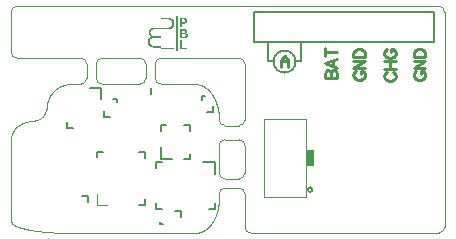
<source format=gto>
G04*
G04 #@! TF.GenerationSoftware,Altium Limited,Altium Designer,23.10.1 (27)*
G04*
G04 Layer_Color=65535*
%FSLAX44Y44*%
%MOMM*%
G71*
G04*
G04 #@! TF.SameCoordinates,CCD2D7E0-A0E0-4381-AC8D-D070E886EAC1*
G04*
G04*
G04 #@! TF.FilePolarity,Positive*
G04*
G01*
G75*
%ADD10C,0.1270*%
%ADD11C,0.2000*%
%ADD12C,0.1250*%
%ADD13C,0.1000*%
%ADD14C,0.2540*%
%ADD15R,0.6750X1.4500*%
%ADD16C,0.0500*%
G36*
X138040Y156964D02*
X137990D01*
Y157014D01*
X127253D01*
Y158368D01*
X121182D01*
Y158419D01*
X120631D01*
Y158469D01*
X120279D01*
Y158519D01*
X120028D01*
Y158569D01*
X119828D01*
X119828Y158619D01*
X119627D01*
X119627Y158669D01*
X119477D01*
Y158720D01*
X119326D01*
Y158770D01*
X119226D01*
Y158820D01*
X119125D01*
Y158870D01*
X118975D01*
Y158920D01*
X118925D01*
Y158970D01*
X118825D01*
Y159021D01*
X118724D01*
Y159071D01*
X118624D01*
Y159121D01*
X118574D01*
Y159171D01*
X118523D01*
Y159221D01*
X118423D01*
Y159271D01*
X118373D01*
Y159322D01*
X118323D01*
Y159372D01*
X118272D01*
Y159422D01*
X118222D01*
Y159472D01*
X118172D01*
Y159522D01*
X118122D01*
Y159572D01*
X118072D01*
Y159623D01*
X118022D01*
Y159673D01*
X117971D01*
Y159723D01*
X117921D01*
Y159823D01*
X117871D01*
Y159874D01*
X117821D01*
Y159974D01*
X117771D01*
Y160074D01*
X117721D01*
Y160175D01*
X117670D01*
Y160275D01*
X117620D01*
Y160375D01*
X117570D01*
Y160526D01*
X117520D01*
Y160626D01*
X117470D01*
Y160877D01*
X117420D01*
Y161078D01*
X117369D01*
Y161629D01*
X117319D01*
Y162031D01*
X117369D01*
Y162533D01*
X117420D01*
X117420Y162783D01*
X117470D01*
Y162984D01*
X117520D01*
Y163084D01*
X117570D01*
Y163235D01*
X117620D01*
Y163335D01*
X117670D01*
Y163436D01*
X117721D01*
Y163536D01*
X117771D01*
Y163586D01*
X117821D01*
Y163686D01*
X117871D01*
Y163737D01*
X117921D01*
Y163837D01*
X117971Y163837D01*
Y163887D01*
X118022D01*
Y163937D01*
X118072D01*
Y163988D01*
X118122D01*
Y164038D01*
X118172D01*
Y164088D01*
X118222D01*
Y164138D01*
X118272D01*
Y164188D01*
X118373D01*
Y164238D01*
X118423D01*
Y164289D01*
X118473D01*
Y164339D01*
X118574D01*
Y164389D01*
X118624D01*
Y164439D01*
X118724D01*
Y164489D01*
X118825D01*
Y164539D01*
X118925D01*
Y164590D01*
X119025D01*
Y164640D01*
X119125D01*
Y164690D01*
X119276D01*
Y164740D01*
X119376D01*
Y164790D01*
X119577D01*
Y164840D01*
X119727D01*
Y164891D01*
X119928D01*
Y164941D01*
X120179D01*
Y164991D01*
X120530D01*
Y165041D01*
X120982D01*
Y165091D01*
X127253D01*
Y166496D01*
X121182D01*
Y166546D01*
X120731D01*
Y166596D01*
X120480D01*
Y166646D01*
X120279D01*
Y166697D01*
X120079D01*
Y166747D01*
X119928D01*
Y166797D01*
X119778D01*
Y166847D01*
X119677D01*
Y166897D01*
X119527D01*
X119527Y166947D01*
X119426D01*
Y166998D01*
X119376D01*
Y167048D01*
X119276D01*
Y167098D01*
X119176D01*
Y167148D01*
X119125D01*
Y167198D01*
X119025D01*
Y167249D01*
X118975D01*
Y167299D01*
X118925D01*
Y167349D01*
X118875D01*
Y167399D01*
X118774D01*
Y167449D01*
X118724D01*
X118724Y167499D01*
X118674D01*
Y167550D01*
X118624D01*
Y167650D01*
X118574D01*
Y167700D01*
X118523D01*
X118523Y167750D01*
X118473D01*
Y167801D01*
X118423D01*
Y167901D01*
X118373D01*
Y167951D01*
X118323D01*
Y168051D01*
X118272D01*
Y168152D01*
X118222D01*
Y168252D01*
X118172D01*
Y168352D01*
X118122D01*
Y168503D01*
X118072D01*
Y168703D01*
X118022D01*
Y168954D01*
X117971D01*
Y169807D01*
X118022D01*
X118022Y170159D01*
X118072D01*
Y170409D01*
X118122D01*
Y170560D01*
X118172D01*
Y170710D01*
X118222D01*
Y170811D01*
X118272D01*
Y170911D01*
X118323D01*
Y171011D01*
X118373D01*
Y171112D01*
X118423D01*
Y171212D01*
X118473D01*
Y171262D01*
X118523D01*
X118523Y171312D01*
X118574D01*
Y171413D01*
X118624D01*
Y171463D01*
X118674D01*
Y171513D01*
X118724D01*
X118724Y171563D01*
X118774D01*
Y171614D01*
X118824D01*
X118825Y171664D01*
X118875D01*
Y171714D01*
X118925D01*
Y171764D01*
X119025D01*
X119025Y171814D01*
X119075D01*
Y171864D01*
X119125D01*
Y171915D01*
X119226D01*
Y171965D01*
X119326D01*
Y172015D01*
X119426Y172015D01*
Y172065D01*
X119527D01*
X119527Y172115D01*
X119627D01*
X119627Y172165D01*
X119727D01*
Y172215D01*
X119878D01*
Y172266D01*
X120028D01*
Y172316D01*
X120229D01*
Y172366D01*
X120430D01*
X120430Y172416D01*
X120781Y172416D01*
Y172466D01*
X121233D01*
Y172516D01*
X133775D01*
Y172567D01*
X134177D01*
Y172617D01*
X134428D01*
Y172667D01*
X134678D01*
Y172717D01*
X134829D01*
Y172767D01*
X134979D01*
Y172817D01*
X135130D01*
Y172868D01*
X135281D01*
Y172918D01*
X135381D01*
Y172968D01*
X135531D01*
Y173018D01*
X135632D01*
Y173068D01*
X135732D01*
Y173119D01*
X135832D01*
Y173169D01*
X135883D01*
Y173219D01*
X135983D01*
Y173269D01*
X136083D01*
Y173319D01*
X136133D01*
Y173369D01*
X136234D01*
X136234Y173420D01*
X136284D01*
Y173470D01*
X136334D01*
Y173520D01*
X136434D01*
Y173570D01*
X136485D01*
Y173620D01*
X136535D01*
X136535Y173671D01*
X136585D01*
Y173721D01*
X136635D01*
Y173771D01*
X136735D01*
Y173821D01*
X136786Y173821D01*
Y173921D01*
X136836D01*
Y173972D01*
X136886D01*
Y174022D01*
X136936D01*
Y174072D01*
X136986D01*
Y174122D01*
X137037D01*
Y174172D01*
X137087D01*
Y174222D01*
X137137D01*
Y174323D01*
X137187D01*
Y174373D01*
X137237D01*
Y174423D01*
X137287D01*
Y174523D01*
X137338D01*
Y174574D01*
X137388D01*
Y174674D01*
X137438D01*
Y174774D01*
X137488D01*
Y174824D01*
X137538D01*
Y174925D01*
X137588D01*
Y175075D01*
X137639D01*
Y175176D01*
X137689D01*
Y175276D01*
X137739D01*
Y175426D01*
X137789D01*
Y175577D01*
X137839D01*
Y175728D01*
X137889D01*
Y175928D01*
X137940D01*
Y176179D01*
X137990D01*
Y176480D01*
X138040D01*
Y177032D01*
X138090D01*
Y177684D01*
X138040D01*
Y178236D01*
X137990D01*
Y178537D01*
X137940D01*
Y178788D01*
X137889D01*
Y178989D01*
X137839D01*
Y179139D01*
X137789D01*
Y179290D01*
X137739D01*
Y179440D01*
X137689D01*
Y179541D01*
X137639D01*
Y179641D01*
X137588D01*
Y179741D01*
X137538Y179741D01*
Y179841D01*
X137488D01*
Y179942D01*
X137438D01*
Y180042D01*
X137388D01*
Y180092D01*
X137338D01*
Y180193D01*
X137287D01*
Y180243D01*
X137237Y180243D01*
Y180343D01*
X137187D01*
Y180393D01*
X137137D01*
Y180444D01*
X137087D01*
Y180544D01*
X137037D01*
Y180594D01*
X136986D01*
Y180644D01*
X136936D01*
Y180694D01*
X136886D01*
Y180745D01*
X136836D01*
Y180795D01*
X136786D01*
Y180845D01*
X136735D01*
Y180895D01*
X136685D01*
Y180945D01*
X136635D01*
Y180995D01*
X136585D01*
Y181046D01*
X136535D01*
Y181096D01*
X136485D01*
Y181146D01*
X136384D01*
Y181196D01*
X136334D01*
Y181246D01*
X136284D01*
Y181297D01*
X136184D01*
Y181347D01*
X136133D01*
Y181397D01*
X136033D01*
Y181447D01*
X135983D01*
Y181497D01*
X135883D01*
Y181547D01*
X135782D01*
Y181597D01*
X135682D01*
Y181648D01*
X135582D01*
Y181698D01*
X135481D01*
Y181748D01*
X135381D01*
Y181798D01*
X135230D01*
X135230Y181848D01*
X135130D01*
Y181898D01*
X134979D01*
Y181949D01*
X134779D01*
Y181999D01*
X134628D01*
Y182049D01*
X134377D01*
Y182099D01*
X134076D01*
Y182149D01*
X133675D01*
Y182199D01*
X132417D01*
X127253Y182199D01*
Y180795D01*
X132038D01*
X133274D01*
Y180745D01*
X133675D01*
Y180694D01*
X133926D01*
Y180644D01*
X134076D01*
Y180594D01*
X134277D01*
Y180544D01*
X134428D01*
Y180494D01*
X134528D01*
Y180444D01*
X134678D01*
Y180393D01*
X134779D01*
Y180343D01*
X134879D01*
Y180293D01*
X134929D01*
X134929Y180243D01*
X135030D01*
Y180193D01*
X135130D01*
Y180142D01*
X135180D01*
Y180092D01*
X135230D01*
X135230Y180042D01*
X135331D01*
Y179992D01*
X135381D01*
Y179942D01*
X135431D01*
X135431Y179892D01*
X135481D01*
Y179841D01*
X135531D01*
Y179791D01*
X135582D01*
Y179741D01*
X135632Y179741D01*
Y179691D01*
X135682D01*
Y179641D01*
X135732D01*
Y179541D01*
X135782D01*
Y179490D01*
X135832D01*
Y179440D01*
X135883D01*
Y179340D01*
X135933D01*
Y179290D01*
X135983D01*
Y179189D01*
X136033D01*
Y179089D01*
X136083D01*
Y178989D01*
X136133D01*
Y178888D01*
X136184D01*
Y178738D01*
X136234D01*
Y178587D01*
X136284D01*
Y178437D01*
X136334D01*
Y178186D01*
X136384D01*
Y177835D01*
X136434D01*
Y176881D01*
X136384D01*
Y176480D01*
X136334D01*
Y176279D01*
X136284D01*
Y176129D01*
X136234D01*
Y175978D01*
X136184D01*
Y175828D01*
X136133D01*
Y175728D01*
X136083D01*
Y175627D01*
X136033D01*
X136033Y175527D01*
X135983D01*
Y175426D01*
X135933D01*
X135933Y175376D01*
X135883D01*
Y175276D01*
X135832D01*
Y175226D01*
X135782D01*
Y175126D01*
X135732D01*
Y175075D01*
X135682D01*
Y175025D01*
X135632D01*
Y174975D01*
X135582D01*
Y174925D01*
X135531D01*
Y174875D01*
X135481D01*
Y174824D01*
X135431D01*
Y174774D01*
X135381D01*
Y174724D01*
X135281D01*
Y174674D01*
X135230D01*
X135230Y174624D01*
X135180D01*
Y174574D01*
X135080D01*
Y174523D01*
X135030D01*
Y174473D01*
X134929D01*
X134929Y174423D01*
X134829D01*
Y174373D01*
X134729D01*
Y174323D01*
X134628D01*
Y174272D01*
X134528D01*
Y174222D01*
X134428D01*
Y174172D01*
X134277D01*
Y174122D01*
X134076D01*
Y174072D01*
X133926D01*
Y174022D01*
X133675D01*
Y173972D01*
X133324D01*
Y173921D01*
X121132D01*
Y173871D01*
X120580D01*
Y173821D01*
X120179Y173821D01*
Y173771D01*
X119928D01*
Y173721D01*
X119677D01*
Y173671D01*
X119477D01*
Y173620D01*
X119276Y173620D01*
Y173570D01*
X119125D01*
Y173520D01*
X118975Y173520D01*
Y173470D01*
X118875D01*
Y173420D01*
X118724D01*
Y173369D01*
X118624D01*
Y173319D01*
X118523D01*
Y173269D01*
X118373D01*
Y173219D01*
X118272D01*
Y173169D01*
X118222D01*
Y173119D01*
X118122D01*
Y173068D01*
X118022D01*
Y173018D01*
X117971Y173018D01*
Y172968D01*
X117871D01*
Y172918D01*
X117821D01*
Y172868D01*
X117771D01*
Y172817D01*
X117670Y172818D01*
Y172767D01*
X117620D01*
Y172717D01*
X117570D01*
Y172667D01*
X117520D01*
Y172617D01*
X117470D01*
Y172567D01*
X117420D01*
X117420Y172516D01*
X117319D01*
Y172466D01*
X117269D01*
Y172416D01*
X117219D01*
Y172316D01*
X117169D01*
Y172266D01*
X117119D01*
Y172215D01*
X117068D01*
Y172115D01*
X117018D01*
Y172065D01*
X116968D01*
Y172015D01*
X116918Y172015D01*
Y171915D01*
X116868Y171915D01*
Y171814D01*
X116818D01*
Y171764D01*
X116767D01*
Y171664D01*
X116717D01*
Y171563D01*
X116667D01*
Y171413D01*
X116617D01*
Y171312D01*
X116567D01*
Y171162D01*
X116517D01*
Y170961D01*
X116466D01*
Y170811D01*
X116416Y170811D01*
Y170459D01*
X116366D01*
Y169857D01*
X116316D01*
Y169607D01*
X116366D01*
Y169055D01*
X116416D01*
Y168854D01*
X116466D01*
Y168653D01*
X116517D01*
Y168453D01*
X116567D01*
Y168352D01*
X116617D01*
Y168202D01*
X116667D01*
Y168102D01*
X116717D01*
Y168001D01*
X116767D01*
Y167901D01*
X116818D01*
Y167801D01*
X116868D01*
Y167700D01*
X116918Y167700D01*
Y167600D01*
X116968D01*
Y167550D01*
X117018D01*
Y167499D01*
X117068D01*
Y167399D01*
X117119D01*
Y167349D01*
X117169D01*
Y167249D01*
X117219D01*
Y167198D01*
X117269D01*
Y167148D01*
X117319D01*
Y167098D01*
X117369D01*
Y167048D01*
X117420D01*
Y166998D01*
X117470D01*
Y166947D01*
X117520D01*
Y166897D01*
X117570D01*
Y166847D01*
X117620D01*
Y166797D01*
X117670D01*
Y166747D01*
X117721D01*
Y166697D01*
X117771D01*
Y166646D01*
X117821D01*
Y166596D01*
X117921D01*
Y166546D01*
X117971D01*
Y166496D01*
X118022D01*
X118022Y166446D01*
X118122D01*
Y166396D01*
X118222D01*
X118222Y166346D01*
X118272D01*
Y166295D01*
X118373D01*
Y166245D01*
X118473D01*
Y166195D01*
X118574D01*
Y166145D01*
X118724D01*
X118724Y166095D01*
X118875D01*
Y166045D01*
X119025D01*
Y165994D01*
X119176D01*
Y165944D01*
X119226D01*
Y165894D01*
X118925D01*
Y165844D01*
X118724D01*
X118724Y165794D01*
X118523Y165794D01*
Y165744D01*
X118373D01*
Y165693D01*
X118222D01*
X118222Y165643D01*
X118122D01*
Y165593D01*
X117971D01*
Y165543D01*
X117871D01*
Y165493D01*
X117771D01*
Y165442D01*
X117670D01*
Y165392D01*
X117620D01*
Y165342D01*
X117520D01*
Y165292D01*
X117420D01*
Y165242D01*
X117369D01*
Y165192D01*
X117319D01*
Y165141D01*
X117219D01*
Y165091D01*
X117169D01*
Y165041D01*
X117119D01*
Y164991D01*
X117068D01*
Y164941D01*
X117018D01*
Y164891D01*
X116918D01*
Y164840D01*
X116868D01*
Y164740D01*
X116818D01*
Y164690D01*
X116767D01*
Y164640D01*
X116717D01*
Y164590D01*
X116667D01*
Y164539D01*
X116617D01*
Y164489D01*
X116567D01*
Y164439D01*
X116517D01*
Y164339D01*
X116466D01*
Y164289D01*
X116416D01*
Y164188D01*
X116366D01*
Y164138D01*
X116316D01*
Y164038D01*
X116266D01*
Y163988D01*
X116215D01*
Y163887D01*
X116165D01*
Y163787D01*
X116115D01*
Y163686D01*
X116065D01*
Y163586D01*
X116015D01*
Y163436D01*
X115965D01*
Y163335D01*
X115914Y163335D01*
Y163134D01*
X115864D01*
Y162984D01*
X115814D01*
Y162733D01*
X115764D01*
Y162432D01*
X115714D01*
Y161078D01*
X115764D01*
Y160726D01*
X115814D01*
Y160476D01*
X115864D01*
Y160275D01*
X115914D01*
Y160074D01*
X115965D01*
Y159924D01*
X116015D01*
Y159823D01*
X116065D01*
Y159673D01*
X116115D01*
Y159572D01*
X116165D01*
Y159472D01*
X116215D01*
Y159372D01*
X116266D01*
Y159271D01*
X116316D01*
Y159171D01*
X116366D01*
Y159121D01*
X116416Y159121D01*
Y159021D01*
X116466D01*
Y158970D01*
X116517D01*
Y158870D01*
X116567D01*
Y158820D01*
X116617D01*
Y158770D01*
X116667D01*
Y158720D01*
X116717D01*
Y158619D01*
X116767D01*
Y158569D01*
X116818D01*
Y158519D01*
X116868D01*
Y158469D01*
X116918D01*
Y158419D01*
X116968D01*
Y158368D01*
X117018D01*
Y158318D01*
X117068D01*
Y158268D01*
X117169D01*
Y158218D01*
X117219D01*
Y158168D01*
X117269D01*
Y158118D01*
X117319D01*
Y158067D01*
X117420D01*
Y158017D01*
X117470D01*
Y157967D01*
X117570D01*
Y157917D01*
X117620D01*
Y157867D01*
X117721D01*
Y157816D01*
X117821D01*
Y157766D01*
X117921D01*
Y157716D01*
X118022D01*
X118022Y157666D01*
X118122D01*
Y157616D01*
X118222D01*
X118222Y157566D01*
X118323D01*
Y157515D01*
X118473Y157515D01*
Y157465D01*
X118574D01*
Y157415D01*
X118724D01*
X118724Y157365D01*
X118925D01*
Y157315D01*
X119075D01*
Y157264D01*
X119276D01*
Y157214D01*
X119477D01*
Y157164D01*
X119727D01*
Y157114D01*
X120079D01*
Y157064D01*
X120480D01*
Y157014D01*
X121182D01*
Y156964D01*
X127203D01*
Y155609D01*
X138040Y155609D01*
Y156964D01*
D02*
G37*
G36*
X141000Y174975D02*
Y154003D01*
X139334D01*
Y183805D01*
X140147D01*
Y183855D01*
X141000D01*
Y175025D01*
Y174975D01*
D02*
G37*
G36*
X142907Y162332D02*
Y163385D01*
X144512D01*
Y156913D01*
X148476Y156913D01*
X148476Y155559D01*
X142907D01*
Y162282D01*
Y162332D01*
D02*
G37*
G36*
X148024Y164941D02*
X147873D01*
Y164891D01*
X147572D01*
Y164840D01*
X146619D01*
Y164790D01*
X142957D01*
Y164840D01*
X142907D01*
Y172717D01*
X146970D01*
Y172667D01*
X147422D01*
Y172617D01*
X147673D01*
X147673Y172567D01*
X147823D01*
Y172516D01*
X147974D01*
Y172466D01*
X148074D01*
Y172416D01*
X148174D01*
X148174Y172366D01*
X148275D01*
Y172316D01*
X148325D01*
Y172266D01*
X148375D01*
Y172215D01*
X148476D01*
Y172165D01*
X148526D01*
Y172115D01*
X148576D01*
X148576Y172065D01*
X148626D01*
Y172015D01*
X148676D01*
Y171965D01*
X148726D01*
Y171915D01*
X148777D01*
Y171814D01*
X148827D01*
Y171764D01*
X148877D01*
Y171664D01*
X148927D01*
Y171613D01*
X148977Y171614D01*
Y171513D01*
X149027D01*
Y171363D01*
X149078D01*
Y171212D01*
X149128D01*
Y171011D01*
X149178D01*
Y170409D01*
X149128D01*
Y170159D01*
X149078D01*
Y170058D01*
X149027D01*
Y169908D01*
X148977D01*
Y169807D01*
X148927D01*
Y169757D01*
X148877Y169757D01*
Y169657D01*
X148827D01*
Y169607D01*
X148777D01*
Y169506D01*
X148726D01*
Y169456D01*
X148676D01*
Y169406D01*
X148626D01*
Y169356D01*
X148576D01*
Y169306D01*
X148526D01*
Y169255D01*
X148425D01*
Y169205D01*
X148375D01*
Y169155D01*
X148325D01*
Y169105D01*
X148225D01*
Y169055D01*
X148124D01*
Y169005D01*
X148174D01*
X148174Y168954D01*
X148325D01*
Y168904D01*
X148425D01*
Y168854D01*
X148526D01*
Y168804D01*
X148626D01*
Y168754D01*
X148726D01*
Y168703D01*
X148777D01*
Y168653D01*
X148827D01*
Y168603D01*
X148877D01*
Y168553D01*
X148977D01*
Y168503D01*
X149027D01*
Y168453D01*
X149078D01*
Y168403D01*
X149128D01*
Y168302D01*
X149178D01*
Y168252D01*
X149228D01*
Y168202D01*
X149278D01*
Y168102D01*
X149328D01*
Y168001D01*
X149378D01*
Y167901D01*
X149429D01*
Y167750D01*
X149479D01*
Y167600D01*
X149529D01*
Y167198D01*
X149579D01*
Y166947D01*
X149529D01*
Y166596D01*
X149479Y166596D01*
Y166446D01*
X149429D01*
Y166295D01*
X149378D01*
Y166145D01*
X149328D01*
Y166045D01*
X149278D01*
Y165944D01*
X149228D01*
Y165844D01*
X149178D01*
Y165794D01*
X149128D01*
Y165744D01*
X149078D01*
Y165643D01*
X149027D01*
Y165593D01*
X148977D01*
Y165543D01*
X148927D01*
Y165493D01*
X148877D01*
Y165442D01*
X148827D01*
Y165392D01*
X148777D01*
Y165342D01*
X148726D01*
Y165292D01*
X148676D01*
Y165242D01*
X148576D01*
Y165192D01*
X148526D01*
Y165141D01*
X148425D01*
Y165091D01*
X148325D01*
Y165041D01*
X148225D01*
Y164991D01*
X148074D01*
Y164941D01*
X148024D01*
D02*
G37*
G36*
X144512Y176079D02*
Y174272D01*
X142907D01*
Y182149D01*
X146770D01*
Y182099D01*
X147221D01*
Y182049D01*
X147422D01*
Y181999D01*
X147572D01*
Y181949D01*
X147723D01*
Y181898D01*
X147823D01*
Y181848D01*
X147873D01*
Y181798D01*
X147974D01*
X147974Y181748D01*
X148074D01*
Y181698D01*
X148124D01*
Y181648D01*
X148174D01*
X148174Y181597D01*
X148225D01*
Y181547D01*
X148275D01*
Y181497D01*
X148325D01*
Y181447D01*
X148375D01*
Y181397D01*
X148425D01*
Y181347D01*
X148476D01*
X148476Y181297D01*
X148526D01*
Y181246D01*
X148576D01*
Y181146D01*
X148626D01*
Y181046D01*
X148676D01*
Y180995D01*
X148726D01*
Y180895D01*
X148777D01*
Y180745D01*
X148827D01*
Y180594D01*
X148877D01*
Y180393D01*
X148927D01*
Y180193D01*
X148977D01*
Y179290D01*
X148927D01*
Y178989D01*
X148877D01*
Y178838D01*
X148827Y178838D01*
Y178688D01*
X148777D01*
Y178587D01*
X148726D01*
Y178487D01*
X148676D01*
Y178386D01*
X148626D01*
Y178286D01*
X148576D01*
X148576Y178236D01*
X148526D01*
Y178136D01*
X148476D01*
Y178085D01*
X148425D01*
Y178035D01*
X148375D01*
Y177985D01*
X148325D01*
Y177935D01*
X148275D01*
Y177885D01*
X148225D01*
Y177835D01*
X148174D01*
X148174Y177785D01*
X148124D01*
Y177734D01*
X148024D01*
Y177684D01*
X147974D01*
X147974Y177634D01*
X147873D01*
Y177584D01*
X147773D01*
Y177534D01*
X147673D01*
X147673Y177484D01*
X147572D01*
Y177433D01*
X147472D01*
Y177383D01*
X147322D01*
Y177333D01*
X147021D01*
Y177283D01*
X146569D01*
Y177233D01*
X144512D01*
Y176129D01*
Y176079D01*
D02*
G37*
%LPC*%
G36*
X144913Y166145D02*
X146569D01*
Y166195D01*
X147121D01*
Y166245D01*
X147322D01*
Y166295D01*
X147422D01*
Y166346D01*
X147522D01*
Y166396D01*
X147572D01*
Y166446D01*
X147623D01*
Y166496D01*
X147673D01*
Y166546D01*
X147723D01*
Y166646D01*
X147773D01*
Y166747D01*
X147823D01*
Y166847D01*
X147873D01*
Y167499D01*
X147823D01*
Y167650D01*
X147773D01*
Y167750D01*
X147723D01*
Y167801D01*
X147673D01*
Y167851D01*
X147623D01*
Y167901D01*
X147572D01*
Y167951D01*
X147522D01*
Y168001D01*
X147422D01*
Y168051D01*
X147322D01*
Y168102D01*
X147221D01*
Y168152D01*
X147021D01*
Y168202D01*
X146368D01*
Y168252D01*
X144562D01*
Y166145D01*
X144863D01*
X144913D01*
D02*
G37*
G36*
X144562Y169908D02*
Y169556D01*
X146017D01*
Y169607D01*
X146870D01*
Y169657D01*
X147071D01*
Y169707D01*
X147171D01*
Y169757D01*
X147271D01*
Y169807D01*
X147322D01*
Y169857D01*
X147372D01*
Y169908D01*
X147422D01*
Y169958D01*
X147472D01*
Y170058D01*
X147522D01*
Y170159D01*
X147572D01*
Y170811D01*
X147522D01*
Y170911D01*
X147472D01*
Y171011D01*
X147422D01*
Y171062D01*
X147372D01*
Y171112D01*
X147322D01*
Y171162D01*
X147271D01*
Y171212D01*
X147171D01*
Y171262D01*
X147071D01*
Y171312D01*
X146820D01*
Y171363D01*
X144562D01*
Y169958D01*
Y169908D01*
D02*
G37*
G36*
X145967Y180795D02*
X144512D01*
Y178587D01*
X145967D01*
Y178637D01*
X146469D01*
Y178688D01*
X146669D01*
Y178738D01*
X146770D01*
Y178788D01*
X146870D01*
Y178838D01*
X146920D01*
Y178888D01*
X146970D01*
Y178938D01*
X147021D01*
Y178989D01*
X147071D01*
Y179039D01*
X147121D01*
Y179089D01*
X147171D01*
Y179189D01*
X147221D01*
Y179290D01*
X147271D01*
Y179490D01*
X147322D01*
Y179942D01*
X147271D01*
Y180092D01*
X147221D01*
Y180193D01*
X147171D01*
Y180293D01*
X147121D01*
Y180343D01*
X147071D01*
Y180393D01*
X147021D01*
Y180444D01*
X146970D01*
Y180494D01*
X146920D01*
Y180544D01*
X146870D01*
Y180594D01*
X146820D01*
Y180644D01*
X146669D01*
Y180694D01*
X146569D01*
Y180745D01*
X146268D01*
Y180795D01*
X146017D01*
X145967D01*
D02*
G37*
%LPD*%
D10*
X255144Y36730D02*
G03*
X255144Y36730I-1904J0D01*
G01*
X47500Y89000D02*
Y94000D01*
Y89000D02*
X52500D01*
X76000Y113500D02*
Y122500D01*
X66750D02*
X76000D01*
X205983Y161800D02*
X358383D01*
X205983Y187200D02*
X358383D01*
X205983Y161800D02*
Y187200D01*
X358383Y161800D02*
Y187200D01*
X59750Y31000D02*
X65000D01*
Y26000D02*
Y31000D01*
X143495Y13950D02*
Y18950D01*
X138483D02*
X143495D01*
X125971Y7450D02*
Y9700D01*
Y7450D02*
X128233D01*
X122572Y20489D02*
X127572D01*
X122572D02*
Y25489D01*
X122822Y55239D02*
Y60239D01*
X127822D01*
X172262Y20750D02*
Y25750D01*
X167262Y20750D02*
X172262D01*
X172262Y49750D02*
Y60250D01*
X162218D02*
X172262D01*
X161500Y112750D02*
Y115762D01*
X164250D01*
X165750Y102238D02*
X170500D01*
Y107250D01*
X126488Y62250D02*
X136532D01*
X126488D02*
Y72750D01*
X126488Y91750D02*
X131488D01*
X126488Y86750D02*
Y91750D01*
X146428Y62261D02*
X151428D01*
Y67261D01*
X151428Y86761D02*
Y91761D01*
X146428D02*
X151428D01*
X78750Y97988D02*
Y103000D01*
Y97988D02*
X83500D01*
X86500Y113762D02*
X89250D01*
Y110750D02*
Y113762D01*
X113659Y63819D02*
Y68819D01*
X108659D02*
X113659D01*
X108537Y23559D02*
X113537D01*
Y28559D01*
X72463Y68941D02*
X77463D01*
X72463Y63941D02*
Y68941D01*
D11*
X240751Y145092D02*
G03*
X240751Y145092I-9254J0D01*
G01*
X118500Y117500D02*
Y122500D01*
X217750Y145250D02*
X221750D01*
X217750D02*
Y161250D01*
X245750Y145250D02*
Y161250D01*
X240748Y145250D02*
X245750D01*
D12*
X72426Y23644D02*
Y32788D01*
Y23644D02*
X81570D01*
D13*
X249430Y30380D02*
Y96420D01*
X213870Y30380D02*
Y96420D01*
Y30380D02*
X249430D01*
X213870Y96420D02*
X249430D01*
D14*
X228788Y140790D02*
Y146715D01*
X231750Y149677D01*
X234712Y146715D01*
Y140790D01*
Y145233D01*
X228788D01*
X265751Y130942D02*
X275749D01*
X265751D02*
Y135226D01*
X266227Y136655D01*
X266703Y137131D01*
X267655Y137607D01*
X268608D01*
X269560Y137131D01*
X270036Y136655D01*
X270512Y135226D01*
Y130942D02*
Y135226D01*
X270988Y136655D01*
X271464Y137131D01*
X272416Y137607D01*
X273845D01*
X274797Y137131D01*
X275273Y136655D01*
X275749Y135226D01*
Y130942D01*
Y147462D02*
X265751Y143653D01*
X275749Y139845D01*
X272416Y141273D02*
Y146034D01*
X265751Y153127D02*
X275749D01*
X265751Y149795D02*
Y156460D01*
X343131Y137083D02*
X342179Y136607D01*
X341227Y135655D01*
X340751Y134703D01*
Y132798D01*
X341227Y131846D01*
X342179Y130894D01*
X343131Y130418D01*
X344560Y129942D01*
X346940D01*
X348368Y130418D01*
X349321Y130894D01*
X350273Y131846D01*
X350749Y132798D01*
Y134703D01*
X350273Y135655D01*
X349321Y136607D01*
X348368Y137083D01*
X346940D01*
Y134703D02*
Y137083D01*
X340751Y139368D02*
X350749D01*
X340751D02*
X350749Y146033D01*
X340751D02*
X350749D01*
X340751Y148795D02*
X350749D01*
X340751D02*
Y152127D01*
X341227Y153556D01*
X342179Y154508D01*
X343131Y154984D01*
X344560Y155460D01*
X346940D01*
X348368Y154984D01*
X349321Y154508D01*
X350273Y153556D01*
X350749Y152127D01*
Y148795D01*
X318132Y136083D02*
X317179Y135607D01*
X316227Y134655D01*
X315751Y133703D01*
Y131798D01*
X316227Y130846D01*
X317179Y129894D01*
X318132Y129418D01*
X319560Y128942D01*
X321940D01*
X323368Y129418D01*
X324321Y129894D01*
X325273Y130846D01*
X325749Y131798D01*
Y133703D01*
X325273Y134655D01*
X324321Y135607D01*
X323368Y136083D01*
X315751Y138892D02*
X325749D01*
X315751Y145557D02*
X325749D01*
X320512Y138892D02*
Y145557D01*
X318132Y155460D02*
X317179Y154984D01*
X316227Y154032D01*
X315751Y153080D01*
Y151175D01*
X316227Y150223D01*
X317179Y149271D01*
X318132Y148795D01*
X319560Y148319D01*
X321940D01*
X323368Y148795D01*
X324321Y149271D01*
X325273Y150223D01*
X325749Y151175D01*
Y153080D01*
X325273Y154032D01*
X324321Y154984D01*
X323368Y155460D01*
X321940D01*
Y153080D02*
Y155460D01*
X292132Y137083D02*
X291179Y136607D01*
X290227Y135655D01*
X289751Y134703D01*
Y132798D01*
X290227Y131846D01*
X291179Y130894D01*
X292132Y130418D01*
X293560Y129942D01*
X295940D01*
X297369Y130418D01*
X298321Y130894D01*
X299273Y131846D01*
X299749Y132798D01*
Y134703D01*
X299273Y135655D01*
X298321Y136607D01*
X297369Y137083D01*
X295940D01*
Y134703D02*
Y137083D01*
X289751Y139368D02*
X299749D01*
X289751D02*
X299749Y146033D01*
X289751D02*
X299749D01*
X289751Y148795D02*
X299749D01*
X289751D02*
Y152127D01*
X290227Y153556D01*
X291179Y154508D01*
X292132Y154984D01*
X293560Y155460D01*
X295940D01*
X297369Y154984D01*
X298321Y154508D01*
X299273Y153556D01*
X299749Y152127D01*
Y148795D01*
D15*
X252805Y63770D02*
D03*
D16*
X198000Y143000D02*
G03*
X193000Y148000I-5000J0D01*
G01*
X198000Y33000D02*
G03*
X193000Y38000I-5000J0D01*
G01*
Y46000D02*
G03*
X198000Y51000I0J5000D01*
G01*
X198000Y74000D02*
G03*
X193000Y79000I-5000J0D01*
G01*
X193000Y91000D02*
G03*
X198000Y96000I0J5000D01*
G01*
X198000Y5000D02*
G03*
X203000Y0I5000J0D01*
G01*
X64000Y143000D02*
G03*
X59000Y148000I-5000J0D01*
G01*
X77000D02*
G03*
X72000Y143000I0J-5000D01*
G01*
X0Y153000D02*
G03*
X5000Y148000I5000J0D01*
G01*
X127000Y148000D02*
G03*
X122000Y143000I0J-5000D01*
G01*
X114000D02*
G03*
X109000Y148000I-5000J0D01*
G01*
X5000Y192000D02*
G03*
X0Y187000I0J-5000D01*
G01*
X367000D02*
G03*
X362000Y192000I-5000J0D01*
G01*
Y0D02*
G03*
X367000Y5000I0J5000D01*
G01*
X122000Y131000D02*
G03*
X127000Y126000I5000J0D01*
G01*
X59000D02*
G03*
X64000Y131000I0J5000D01*
G01*
X109000Y126000D02*
G03*
X114000Y131000I0J5000D01*
G01*
X72000Y131000D02*
G03*
X77000Y126000I5000J0D01*
G01*
X181000Y79000D02*
G03*
X176000Y74000I0J-5000D01*
G01*
X176000Y96000D02*
G03*
X181000Y91000I5000J0D01*
G01*
X181000Y38000D02*
G03*
X176000Y33000I0J-5000D01*
G01*
X176000Y51000D02*
G03*
X181000Y46000I5000J0D01*
G01*
X20000Y95000D02*
G03*
X30000Y105000I0J10000D01*
G01*
X0Y153000D02*
X0Y187000D01*
X203000Y0D02*
X362000D01*
X64000Y143045D02*
X64000Y131000D01*
X72000Y143000D02*
X72000Y131000D01*
X114000Y143000D02*
X114000Y131000D01*
X122000Y143000D02*
X122000Y131000D01*
X127000Y148000D02*
X193000D01*
X198000Y143000D02*
X198000Y96000D01*
X181000Y91000D02*
X193000D01*
X192000Y79000D02*
X193000D01*
X181000D02*
X192000D01*
X181000Y46000D02*
X193011D01*
X181000Y38000D02*
X193000D01*
X198000Y5000D02*
Y30000D01*
Y33000D01*
Y51000D02*
Y74000D01*
X77000Y148000D02*
X109000D01*
X5000Y148000D02*
X59000D01*
X5000Y192000D02*
X362000Y192000D01*
X367000Y5000D02*
Y187000D01*
X77000Y126000D02*
X109000D01*
X176000Y51000D02*
Y74000D01*
Y30000D02*
Y33000D01*
X127000Y126000D02*
X156000D01*
X175990Y29058D02*
X175998Y29529D01*
X175879Y26708D02*
X175911Y27177D01*
X175800Y25773D02*
X175842Y26240D01*
X175754Y25307D02*
X175800Y25773D01*
X175842Y26240D02*
X175879Y26708D01*
X175978Y28587D02*
X175990Y29058D01*
X175702Y24842D02*
X175754Y25307D01*
X175646Y24379D02*
X175702Y24842D01*
X175961Y28116D02*
X175978Y28587D01*
X175584Y23916D02*
X175646Y24379D01*
X175938Y27646D02*
X175961Y28116D01*
X175911Y27177D02*
X175938Y27646D01*
X175518Y23456D02*
X175584Y23916D01*
X173215Y14729D02*
X173373Y15136D01*
X173526Y15547D01*
X174228Y17655D02*
X174355Y18086D01*
X174097Y17227D02*
X174228Y17655D01*
X173960Y16802D02*
X174097Y17227D01*
X173053Y14325D02*
X173215Y14729D01*
X172887Y13925D02*
X173053Y14325D01*
X173820Y16380D02*
X173960Y16802D01*
X173675Y15962D02*
X173820Y16380D01*
X173526Y15547D02*
X173675Y15962D01*
X174596Y18956D02*
X174709Y19396D01*
X174922Y20282D02*
X175021Y20729D01*
X175447Y22997D02*
X175518Y23456D01*
X175372Y22539D02*
X175447Y22997D01*
X174818Y19838D02*
X174922Y20282D01*
X174709Y19396D02*
X174818Y19838D01*
X175291Y22084D02*
X175372Y22539D01*
X175206Y21630D02*
X175291Y22084D01*
X174478Y18520D02*
X174596Y18956D01*
X175116Y21179D02*
X175206Y21630D01*
X174355Y18086D02*
X174478Y18520D01*
X175021Y20729D02*
X175116Y21179D01*
X168008Y6010D02*
X168258Y6295D01*
X168748Y6885D02*
X168989Y7188D01*
X170142Y8787D02*
X170362Y9123D01*
X168505Y6587D02*
X168748Y6885D01*
X169918Y8456D02*
X170142Y8787D01*
X168258Y6295D02*
X168505Y6587D01*
X169691Y8131D02*
X169918Y8456D01*
X169460Y7811D02*
X169691Y8131D01*
X167756Y5730D02*
X168008Y6010D01*
X169226Y7497D02*
X169460Y7811D01*
X168989Y7188D02*
X169226Y7497D01*
X170362Y9123D02*
X170579Y9464D01*
X167242Y5188D02*
X167500Y5455D01*
X165909Y3941D02*
X166181Y4178D01*
X165635Y3711D02*
X165909Y3941D01*
X165359Y3487D02*
X165635Y3711D01*
X166980Y4926D02*
X167242Y5188D01*
X166716Y4670D02*
X166980Y4926D01*
X165080Y3270D02*
X165359Y3487D01*
X164799Y3059D02*
X165080Y3270D01*
X166450Y4421D02*
X166716Y4670D01*
X164516Y2855D02*
X164799Y3059D01*
X166181Y4178D02*
X166450Y4421D01*
X167500Y5455D02*
X167756Y5730D01*
X162180Y1468D02*
X162478Y1618D01*
X160363Y723D02*
X160669Y829D01*
X160056Y623D02*
X160363Y723D01*
X161881Y1326D02*
X162180Y1468D01*
X159748Y531D02*
X160056Y623D01*
X161580Y1191D02*
X161881Y1326D01*
X161277Y1063D02*
X161580Y1191D01*
X159439Y447D02*
X159748Y531D01*
X159129Y369D02*
X159439Y447D01*
X160974Y943D02*
X161277Y1063D01*
X160669Y829D02*
X160974Y943D01*
X162478Y1618D02*
X162775Y1774D01*
X172542Y13138D02*
X172716Y13529D01*
X171410Y10877D02*
X171609Y11243D01*
X171208Y10517D02*
X171410Y10877D01*
X172363Y12750D02*
X172542Y13138D01*
X172180Y12366D02*
X172363Y12750D01*
X171002Y10161D02*
X171208Y10517D01*
X170793Y9810D02*
X171002Y10161D01*
X171994Y11987D02*
X172180Y12366D01*
X170579Y9464D02*
X170793Y9810D01*
X171803Y11613D02*
X171994Y11987D01*
X172716Y13529D02*
X172887Y13925D01*
X171609Y11243D02*
X171803Y11613D01*
X156000Y0D02*
X156314Y4D01*
X156628Y15D01*
X156942Y33D01*
X157256Y59D01*
X158507Y237D02*
X158818Y299D01*
X158195Y181D02*
X158507Y237D01*
X157882Y133D02*
X158195Y181D01*
X157569Y93D02*
X157882Y133D01*
X157256Y59D02*
X157569Y93D01*
X158818Y299D02*
X159129Y369D01*
X162775Y1774D02*
X163069Y1937D01*
X163943Y2467D02*
X164230Y2658D01*
X163654Y2284D02*
X163943Y2467D01*
X163363Y2107D02*
X163654Y2284D01*
X163069Y1937D02*
X163363Y2107D01*
X164230Y2658D02*
X164516Y2855D01*
X175998Y29529D02*
X176000Y30000D01*
X175990Y96942D02*
X175998Y96471D01*
X175879Y99292D02*
X175911Y98823D01*
X175800Y100227D02*
X175842Y99760D01*
X175754Y100693D02*
X175800Y100227D01*
X175842Y99760D02*
X175879Y99292D01*
X175978Y97413D02*
X175990Y96942D01*
X175702Y101158D02*
X175754Y100693D01*
X175646Y101621D02*
X175702Y101158D01*
X175961Y97884D02*
X175978Y97413D01*
X175584Y102084D02*
X175646Y101621D01*
X175938Y98354D02*
X175961Y97884D01*
X175911Y98823D02*
X175938Y98354D01*
X175518Y102544D02*
X175584Y102084D01*
X173215Y111271D02*
X173373Y110864D01*
X173526Y110453D01*
X174228Y108345D02*
X174355Y107914D01*
X174097Y108773D02*
X174228Y108345D01*
X173960Y109198D02*
X174097Y108773D01*
X173053Y111675D02*
X173215Y111271D01*
X172887Y112075D02*
X173053Y111675D01*
X173820Y109620D02*
X173960Y109198D01*
X173675Y110038D02*
X173820Y109620D01*
X173526Y110453D02*
X173675Y110038D01*
X174596Y107044D02*
X174709Y106604D01*
X174922Y105717D02*
X175021Y105271D01*
X175447Y103003D02*
X175518Y102544D01*
X175372Y103461D02*
X175447Y103003D01*
X174818Y106162D02*
X174922Y105717D01*
X174709Y106604D02*
X174818Y106162D01*
X175291Y103916D02*
X175372Y103461D01*
X175206Y104370D02*
X175291Y103916D01*
X174478Y107480D02*
X174596Y107044D01*
X175116Y104821D02*
X175206Y104370D01*
X174355Y107914D02*
X174478Y107480D01*
X175021Y105271D02*
X175116Y104821D01*
X168008Y119991D02*
X168258Y119705D01*
X168748Y119115D02*
X168989Y118812D01*
X170142Y117213D02*
X170362Y116877D01*
X168505Y119413D02*
X168748Y119115D01*
X169918Y117544D02*
X170142Y117213D01*
X168258Y119705D02*
X168505Y119413D01*
X169691Y117869D02*
X169918Y117544D01*
X169460Y118189D02*
X169691Y117869D01*
X167756Y120270D02*
X168008Y119991D01*
X169226Y118503D02*
X169460Y118189D01*
X168989Y118812D02*
X169226Y118503D01*
X170362Y116877D02*
X170579Y116536D01*
X167242Y120812D02*
X167500Y120544D01*
X165909Y122059D02*
X166181Y121822D01*
X165635Y122289D02*
X165909Y122059D01*
X165359Y122513D02*
X165635Y122289D01*
X166980Y121074D02*
X167242Y120812D01*
X166716Y121330D02*
X166980Y121074D01*
X165080Y122730D02*
X165359Y122513D01*
X164799Y122941D02*
X165080Y122730D01*
X166450Y121579D02*
X166716Y121330D01*
X164516Y123145D02*
X164799Y122941D01*
X166181Y121822D02*
X166450Y121579D01*
X167500Y120544D02*
X167756Y120270D01*
X162180Y124532D02*
X162478Y124382D01*
X160363Y125277D02*
X160669Y125171D01*
X160056Y125377D02*
X160363Y125277D01*
X161881Y124674D02*
X162180Y124532D01*
X159748Y125469D02*
X160056Y125377D01*
X161580Y124809D02*
X161881Y124674D01*
X161277Y124937D02*
X161580Y124809D01*
X159439Y125553D02*
X159748Y125469D01*
X159129Y125631D02*
X159439Y125553D01*
X160974Y125057D02*
X161277Y124937D01*
X160669Y125171D02*
X160974Y125057D01*
X162478Y124382D02*
X162775Y124226D01*
X172542Y112863D02*
X172716Y112471D01*
X171410Y115123D02*
X171609Y114757D01*
X171208Y115483D02*
X171410Y115123D01*
X172363Y113250D02*
X172542Y112863D01*
X172180Y113633D02*
X172363Y113250D01*
X171002Y115839D02*
X171208Y115483D01*
X170793Y116190D02*
X171002Y115839D01*
X171994Y114012D02*
X172180Y113633D01*
X170579Y116536D02*
X170793Y116190D01*
X171803Y114387D02*
X171994Y114012D01*
X172716Y112471D02*
X172887Y112075D01*
X171609Y114757D02*
X171803Y114387D01*
X156000Y126000D02*
X156314Y125996D01*
X156628Y125985D01*
X156942Y125967D01*
X157256Y125941D01*
X158507Y125763D02*
X158818Y125701D01*
X158195Y125819D02*
X158507Y125763D01*
X157882Y125867D02*
X158195Y125819D01*
X157569Y125907D02*
X157882Y125867D01*
X157256Y125941D02*
X157569Y125907D01*
X158818Y125701D02*
X159129Y125631D01*
X162775Y124226D02*
X163069Y124063D01*
X163943Y123533D02*
X164230Y123342D01*
X163654Y123716D02*
X163943Y123533D01*
X163363Y123893D02*
X163654Y123716D01*
X163069Y124063D02*
X163363Y123893D01*
X164230Y123342D02*
X164516Y123145D01*
X175998Y96471D02*
X176000Y96000D01*
X50000Y126000D02*
X59000D01*
X884Y84411D02*
X979Y84635D01*
X628Y83730D02*
X709Y83958D01*
X415Y83042D02*
X482Y83272D01*
X1405Y85522D02*
X1522Y85740D01*
X2785Y87636D02*
X2947Y87837D01*
X4197Y89194D02*
X4391Y89379D01*
X154Y9215D02*
X222Y9059D01*
X616Y8436D02*
X745Y8281D01*
X4792Y89742D02*
X4998Y89920D01*
X5207Y90095D02*
X5421Y90268D01*
X5858Y90607D02*
X6082Y90772D01*
X6309Y90934D02*
X6540Y91095D01*
X7495Y91706D02*
X7742Y91852D01*
X5099Y5601D02*
X5450Y5460D01*
X9550Y92790D02*
X9819Y92911D01*
X10920Y93365D02*
X11201Y93470D01*
X11484Y93572D01*
X6963Y4910D02*
X7368Y4775D01*
X18118Y94933D02*
X18431Y94954D01*
X19058Y94983D02*
X19372Y94993D01*
X30062Y106648D02*
X30089Y106976D01*
X30121Y107304D02*
X30158Y107632D01*
X30354Y108935D02*
X30415Y109258D01*
X31182Y112114D02*
X31291Y112423D01*
X31405Y112731D02*
X31522Y113036D01*
X31772Y113642D02*
X31904Y113941D01*
X32474Y115117D02*
X32627Y115405D01*
X34590Y118386D02*
X34792Y118638D01*
X33063Y591D02*
X33804Y539D01*
X37992Y121793D02*
X38244Y121989D01*
X38758Y122369D02*
X39020Y122552D01*
X39550Y122905D02*
X39819Y123076D01*
X40641Y123559D02*
X40920Y123711D01*
X43522Y124868D02*
X43820Y124972D01*
X44119Y125072D02*
X44420Y125166D01*
X46860Y20D02*
X47645Y11D01*
X48429Y5D01*
X47805Y125873D02*
X48118Y125907D01*
X48431Y125935D02*
X48744Y125959D01*
X49058Y125977D02*
X49372Y125990D01*
X48744Y125959D02*
X49058Y125977D01*
X1522Y85740D02*
X1645Y85957D01*
X1772Y86173D02*
X1903Y86387D01*
X2325Y87019D02*
X2474Y87226D01*
X0Y80000D02*
X3Y80236D01*
X0Y10000D02*
Y80000D01*
X6Y9843D02*
X25Y9686D01*
X55Y9529D02*
X99Y9372D01*
X222Y9059D02*
X302Y8903D01*
X1571Y7513D02*
X1772Y7361D01*
X3228Y6465D02*
X3511Y6319D01*
X3806Y6173D01*
X4430Y5885D02*
X4759Y5742D01*
X5099Y5601D01*
X9819Y92911D02*
X10091Y93029D01*
X5812Y5321D02*
X6185Y5182D01*
X6568Y5045D01*
X9093Y4250D02*
X9549Y4122D01*
X16252Y94734D02*
X16561Y94777D01*
X11474Y3626D02*
X11980Y3505D01*
X17805Y94909D02*
X18118Y94933D01*
X13018Y3270D02*
X13552Y3155D01*
X18744Y94970D02*
X19058Y94983D01*
X30010Y105660D02*
X30022Y105989D01*
X31078Y111802D02*
X31182Y112114D01*
X23875Y1474D02*
X24548Y1393D01*
X25227Y1314D02*
X25912Y1237D01*
X32180Y114534D02*
X32325Y114826D01*
X30143Y822D02*
X30866Y761D01*
X31594Y702D02*
X32326Y646D01*
X36806Y354D02*
X37566Y314D01*
X39020Y122552D02*
X39283Y122731D01*
X40631Y177D02*
X41403Y149D01*
X45295Y44D02*
X46077Y31D01*
X46871Y125742D02*
X47182Y125791D01*
X47493Y125834D01*
X49215Y1D02*
X50000Y0D01*
X482Y83272D02*
X553Y83502D01*
X246Y82346D02*
X298Y82579D01*
X4391Y89379D02*
X4590Y89561D01*
X4792Y89742D01*
X302Y8903D02*
X394Y8747D01*
X745Y8281D02*
X886Y8126D01*
X7992Y91995D02*
X8244Y92135D01*
X3806Y6173D02*
X4112Y6029D01*
X8758Y92406D02*
X9020Y92537D01*
X4112Y6029D02*
X4430Y5885D01*
X6568Y5045D02*
X6963Y4910D01*
X10016Y3996D02*
X10492Y3871D01*
X10978Y3748D01*
X15331Y94586D02*
X15637Y94639D01*
X15944Y94688D02*
X16252Y94734D01*
X17493Y94882D02*
X17805Y94909D01*
X18431Y94954D02*
X18744Y94970D01*
X14094Y3041D02*
X14645Y2929D01*
X30089Y106976D02*
X30121Y107304D01*
X19979Y2003D02*
X20611Y1910D01*
X30628Y110223D02*
X30709Y110541D01*
X22549Y1642D02*
X23209Y1557D01*
X30794Y110859D02*
X30884Y111175D01*
X30979Y111489D02*
X31078Y111802D01*
X31645Y113340D02*
X31772Y113642D01*
X33458Y116804D02*
X33637Y117075D01*
X34998Y118888D02*
X35207Y119133D01*
X33804Y539D02*
X34549Y489D01*
X36540Y120532D02*
X36774Y120752D01*
X37011Y120969D01*
X38500Y122181D02*
X38758Y122369D01*
X39093Y241D02*
X39861Y208D01*
X44513Y60D02*
X45295Y44D01*
X44420Y125166D02*
X44722Y125256D01*
X46077Y31D02*
X46860Y20D01*
X46252Y125628D02*
X46561Y125687D01*
X1182Y85081D02*
X1291Y85302D01*
X1903Y86387D02*
X2039Y86599D01*
X2180Y86810D01*
X22Y80707D02*
X39Y80942D01*
X3113Y88037D02*
X3284Y88235D01*
X3458Y88431D01*
X4006Y89006D02*
X4197Y89194D01*
X394Y8747D02*
X499Y8591D01*
X1985Y7210D02*
X2210Y7060D01*
X2447Y6910D02*
X2696Y6761D01*
X8244Y92135D02*
X8500Y92272D01*
X10091Y93029D02*
X10365Y93145D01*
X8646Y4379D02*
X9093Y4250D01*
X14119Y94337D02*
X14420Y94404D01*
X16561Y94777D02*
X16871Y94815D01*
X17182Y94850D01*
X15204Y2819D02*
X15773Y2710D01*
X30000Y105000D02*
X30003Y105330D01*
X18129Y2295D02*
X18738Y2196D01*
X19355Y2098D02*
X19979Y2003D01*
X20611Y1910D02*
X21250Y1819D01*
X30553Y109902D02*
X30628Y110223D01*
X31522Y113036D02*
X31645Y113340D01*
X25912Y1237D02*
X26604Y1162D01*
X28711Y952D02*
X29424Y886D01*
X34391Y118130D02*
X34590Y118386D01*
X35207Y119133D02*
X35421Y119375D01*
X35638Y119614D01*
X36082Y120081D02*
X36309Y120308D01*
X35298Y442D02*
X36050Y397D01*
X37011Y120969D02*
X37252Y121181D01*
X39283Y122731D02*
X39550Y122905D01*
X41484Y124001D02*
X41770Y124139D01*
X42057Y124273D01*
X42955Y100D02*
X43733Y79D01*
X44722Y125256D02*
X45026Y125340D01*
X45331Y125420D01*
X48429Y5D02*
X49215Y1D01*
X709Y83958D02*
X794Y84185D01*
X553Y83502D02*
X628Y83730D01*
X89Y81412D02*
X121Y81646D01*
X3Y80236D02*
X10Y80471D01*
X62Y81177D02*
X89Y81412D01*
X3637Y88625D02*
X3820Y88817D01*
X0Y10000D02*
X6Y9843D01*
X3820Y88817D02*
X4006Y89006D01*
X4998Y89920D02*
X5207Y90095D01*
X886Y8126D02*
X1039Y7972D01*
X1772Y7361D02*
X1985Y7210D01*
X2210Y7060D02*
X2447Y6910D01*
X2696Y6761D02*
X2956Y6613D01*
X8500Y92272D02*
X8758Y92406D01*
X9283Y92665D02*
X9550Y92790D01*
X12057Y93766D02*
X12346Y93858D01*
X7784Y4642D02*
X8210Y4510D01*
X14420Y94404D02*
X14723Y94468D01*
X15637Y94639D02*
X15944Y94688D01*
X30199Y107959D02*
X30246Y108285D01*
X21250Y1819D02*
X21896Y1729D01*
X30482Y109581D02*
X30553Y109902D01*
X30709Y110541D02*
X30794Y110859D01*
X30884Y111175D02*
X30979Y111489D01*
X32325Y114826D02*
X32474Y115117D01*
X33284Y116530D02*
X33458Y116804D01*
X34197Y117871D02*
X34391Y118130D01*
X34792Y118638D02*
X34998Y118888D01*
X34549Y489D02*
X35298Y442D01*
X37495Y121389D02*
X37742Y121593D01*
X36050Y397D02*
X36806Y354D01*
X37566Y314D02*
X38328Y276D01*
X42178Y123D02*
X42955Y100D01*
X42638Y124525D02*
X42930Y124644D01*
X43225Y124759D02*
X43522Y124868D01*
X43820Y124972D02*
X44119Y125072D01*
X45637Y125494D02*
X45944Y125564D01*
X46561Y125687D02*
X46871Y125742D01*
X979Y84635D02*
X1078Y84859D01*
X1182Y85081D01*
X1645Y85957D02*
X1772Y86173D01*
X200Y82114D02*
X246Y82346D01*
X121Y81646D02*
X158Y81880D01*
X39Y80942D02*
X62Y81177D01*
X10Y80471D02*
X22Y80707D01*
X5421Y90268D02*
X5638Y90439D01*
X1382Y7666D02*
X1571Y7513D01*
X6540Y91095D02*
X6774Y91252D01*
X7011Y91406D01*
X7251Y91558D01*
X7495Y91706D01*
X2956Y6613D02*
X3228Y6465D01*
X10641Y93257D02*
X10920Y93365D01*
X7368Y4775D02*
X7784Y4642D01*
X12637Y93947D02*
X12931Y94032D01*
X13225Y94113D01*
X13522Y94191D02*
X13820Y94266D01*
X15026Y94529D02*
X15331Y94586D01*
X9549Y4122D02*
X10016Y3996D01*
X10978Y3748D02*
X11474Y3626D01*
X19372Y94993D02*
X19686Y94998D01*
X30003Y105330D02*
X30010Y105660D01*
X30022Y105989D02*
X30040Y106319D01*
X30062Y106648D01*
X18738Y2196D02*
X19355Y2098D01*
X30246Y108285D02*
X30298Y108610D01*
X32947Y115972D02*
X33113Y116252D01*
X29424Y886D02*
X30143Y822D01*
X34006Y117609D02*
X34197Y117871D01*
X30866Y761D02*
X31594Y702D01*
X32326Y646D02*
X33063Y591D01*
X37252Y121181D02*
X37495Y121389D01*
X39819Y123076D02*
X40091Y123241D01*
X42057Y124273D02*
X42346Y124402D01*
X42638Y124525D01*
X42930Y124644D02*
X43225Y124759D01*
X49372Y125990D02*
X49686Y125997D01*
X50000Y0D02*
X156000D01*
X298Y82579D02*
X354Y82811D01*
X2627Y87432D02*
X2785Y87636D01*
X3458Y88431D02*
X3637Y88625D01*
X25Y9686D02*
X55Y9529D01*
X499Y8591D02*
X616Y8436D01*
X5638Y90439D02*
X5858Y90607D01*
X1204Y7819D02*
X1382Y7666D01*
X6082Y90772D02*
X6309Y90934D01*
X9020Y92537D02*
X9283Y92665D01*
X10365Y93145D02*
X10641Y93257D01*
X11770Y93671D02*
X12057Y93766D01*
X12346Y93858D02*
X12637Y93947D01*
X13225Y94113D02*
X13522Y94191D01*
X14723Y94468D02*
X15026Y94529D01*
X11980Y3505D02*
X12494Y3387D01*
X13552Y3155D02*
X14094Y3041D01*
X14645Y2929D02*
X15204Y2819D01*
X15773Y2710D02*
X16349Y2604D01*
X16934Y2499D01*
X30158Y107632D02*
X30199Y107959D01*
X30298Y108610D02*
X30354Y108935D01*
X30415Y109258D02*
X30482Y109581D01*
X21896Y1729D02*
X22549Y1642D01*
X32039Y114239D02*
X32180Y114534D01*
X32627Y115405D02*
X32785Y115690D01*
X27301Y1090D02*
X28003Y1020D01*
X28711Y952D01*
X32785Y115690D02*
X32947Y115972D01*
X35638Y119614D02*
X35858Y119849D01*
X37742Y121593D02*
X37992Y121793D01*
X39861Y208D02*
X40631Y177D01*
X41403Y149D02*
X42178Y123D01*
X40920Y123711D02*
X41201Y123859D01*
X45944Y125564D02*
X46252Y125628D01*
X794Y84185D02*
X884Y84411D01*
X1291Y85302D02*
X1405Y85522D01*
X354Y82811D02*
X415Y83042D01*
X158Y81880D02*
X200Y82114D01*
X2180Y86810D02*
X2325Y87019D01*
X2474Y87226D02*
X2627Y87432D01*
X2947Y87837D02*
X3113Y88037D01*
X99Y9372D02*
X154Y9215D01*
X1039Y7972D02*
X1204Y7819D01*
X7742Y91852D02*
X7992Y91995D01*
X5450Y5460D02*
X5812Y5321D01*
X11484Y93572D02*
X11770Y93671D01*
X8210Y4510D02*
X8646Y4379D01*
X13820Y94266D02*
X14119Y94337D01*
X17182Y94850D02*
X17493Y94882D01*
X12494Y3387D02*
X13018Y3270D01*
X19686Y94998D02*
X20000Y95000D01*
X16934Y2499D02*
X17528Y2396D01*
X18129Y2295D01*
X23209Y1557D02*
X23875Y1474D01*
X31291Y112423D02*
X31405Y112731D01*
X24548Y1393D02*
X25227Y1314D01*
X31904Y113941D02*
X32039Y114239D01*
X26604Y1162D02*
X27301Y1090D01*
X33113Y116252D02*
X33284Y116530D01*
X33637Y117075D02*
X33820Y117344D01*
X34006Y117609D01*
X35858Y119849D02*
X36082Y120081D01*
X36309Y120308D02*
X36540Y120532D01*
X38244Y121989D02*
X38500Y122181D01*
X38328Y276D02*
X39093Y241D01*
X40091Y123241D02*
X40365Y123402D01*
X40641Y123559D01*
X41201Y123859D02*
X41484Y124001D01*
X43733Y79D02*
X44513Y60D01*
X45331Y125420D02*
X45637Y125494D01*
X47493Y125834D02*
X47805Y125873D01*
X48118Y125907D02*
X48431Y125935D01*
X49686Y125997D02*
X50000Y126000D01*
M02*

</source>
